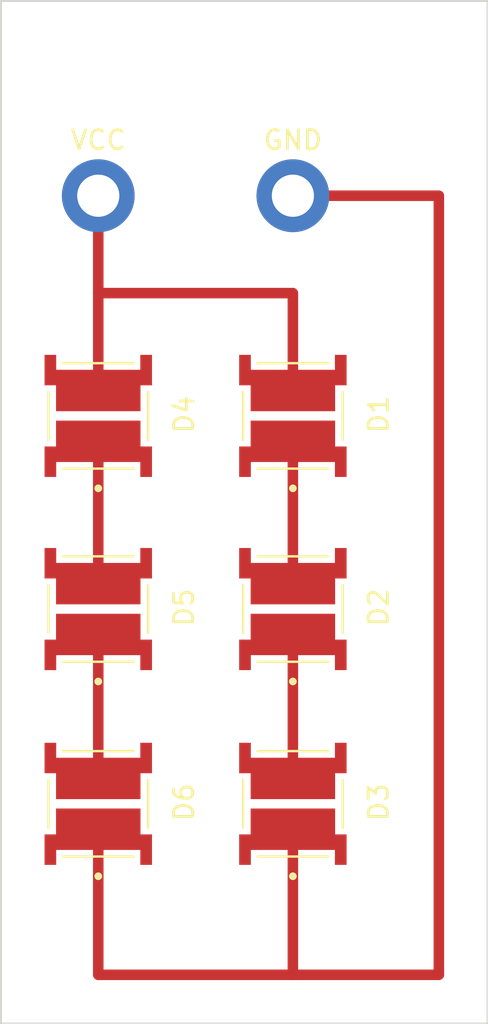
<source format=kicad_pcb>
(kicad_pcb (version 20221018) (generator pcbnew)
  (layers (0 "F.Cu" signal) (31 "B.Cu" signal) (34 "B.Paste" user) (35 "F.Paste" user) (36 "B.SilkS" user "B.Silkscreen") (37 "F.SilkS" user "F.Silkscreen") (38 "B.Mask" user) (39 "F.Mask" user) (44 "Edge.Cuts" user))
  (net 0 "")
  (net 1 "Net-(D1-PadC)")
  (net 2 "Net-(D2-PadC)")
  (net 3 "Net-(D4-PadC)")
  (net 4 "Net-(D5-PadC)")
  (net 5 "Net-(D1-PadA)")
  (net 6 "Net-(D3-PadC)")
  (footprint "MP-5050-250R-40-70:LED_MP-5050-250R-40-70" (layer "F.Cu") (at 129.54 85.06 -90)
    (fp_text reference "D6" (at -0.083 -4.475 90) (layer "F.SilkS"))
    (fp_text value "MP-5050-250R-40-70" hide)
    (fp_line (start -2.75 -1.85) (end -2.75 1.85) (stroke (width 0.127)) (layer "F.SilkS"))
    (fp_line (start -1.25 -2.6) (end 1.25 -2.6) (stroke (width 0.127)) (layer "F.SilkS"))
    (fp_line (start -1.25 2.6) (end 1.25 2.6) (stroke (width 0.127)) (layer "F.SilkS"))
    (fp_line (start 2.75 -1.85) (end 2.75 1.85) (stroke (width 0.127)) (layer "F.SilkS"))
    (fp_circle (center 3.778 0) (end 3.878 0) (stroke (width 0.2)) (fill none) (layer "F.SilkS"))
    (pad "A" smd custom (at -1.325 0 270) (size 0.8 0.8) (layers "F.Cu") (net 4 "Net-(D5-PadC)") (options (clearance outline) (anchor rect)) (primitives (gr_poly (pts (xy -1.855 2.2) (xy -1.855 2.8) (xy -0.275 2.8) (xy -0.275 2.2) (xy 1.075 2.2) (xy 1.075 -2.2) (xy -0.275 -2.2) (xy -0.275 -2.8) (xy -1.855 -2.8) (xy -1.855 -2.2) (xy -1.075 -2.2) (xy -1.075 2.2)) (width 0.01) (fill yes))))
    (pad "C" smd custom (at 1.3 0 270) (size 0.8 0.8) (layers "F.Cu") (net 6 "Net-(D3-PadC)") (options (clearance outline) (anchor rect)) (primitives (gr_poly (pts (xy 1.88 -2.2) (xy 1.88 -2.8) (xy 0.3 -2.8) (xy 0.3 -2.2) (xy -1.05 -2.2) (xy -1.05 2.2) (xy 0.3 2.2) (xy 0.3 2.8) (xy 1.88 2.8) (xy 1.88 2.2) (xy 1.1 2.2) (xy 1.1 -2.2)) (width 0.01) (fill yes))))
  )
  (footprint "MountingHole:MountingHole_2.2mm_M2_DIN965_Pad" (layer "F.Cu") (at 129.54 53.34)
    (fp_text reference "VCC" (at 0 -2.9) (layer "F.SilkS"))
    (fp_text value "VCC" hide)
    (pad "1" thru_hole circle (at 0 0) (size 3.8 3.8) (drill 2.2) (layers "*.Cu" "*.Mask") (net 5 "Net-(D1-PadA)"))
  )
  (footprint "MountingHole:MountingHole_2.2mm_M2_DIN965_Pad" (layer "F.Cu") (at 139.7 53.34)
    (fp_text reference "GND" (at 0 -2.9) (layer "F.SilkS"))
    (fp_text value "GND" hide)
    (pad "1" thru_hole circle (at 0 0) (size 3.8 3.8) (drill 2.2) (layers "*.Cu" "*.Mask") (net 6 "Net-(D3-PadC)"))
  )
  (footprint "MP-5050-250R-40-70:LED_MP-5050-250R-40-70" (layer "F.Cu") (at 129.54 64.825 -90)
    (fp_text reference "D4" (at -0.083 -4.475 90) (layer "F.SilkS"))
    (fp_text value "MP-5050-250R-40-70")
    (fp_line (start -2.75 -1.85) (end -2.75 1.85) (stroke (width 0.127)) (layer "F.SilkS"))
    (fp_line (start -1.25 -2.6) (end 1.25 -2.6) (stroke (width 0.127)) (layer "F.SilkS"))
    (fp_line (start -1.25 2.6) (end 1.25 2.6) (stroke (width 0.127)) (layer "F.SilkS"))
    (fp_line (start 2.75 -1.85) (end 2.75 1.85) (stroke (width 0.127)) (layer "F.SilkS"))
    (fp_circle (center 3.778 0) (end 3.878 0) (stroke (width 0.2)) (fill none) (layer "F.SilkS"))
    (pad "A" smd custom (at -1.325 0 270) (size 0.8 0.8) (layers "F.Cu") (net 5 "Net-(D1-PadA)") (options (clearance outline) (anchor rect)) (primitives (gr_poly (pts (xy -1.855 2.2) (xy -1.855 2.8) (xy -0.275 2.8) (xy -0.275 2.2) (xy 1.075 2.2) (xy 1.075 -2.2) (xy -0.275 -2.2) (xy -0.275 -2.8) (xy -1.855 -2.8) (xy -1.855 -2.2) (xy -1.075 -2.2) (xy -1.075 2.2)) (width 0.01) (fill yes))))
    (pad "C" smd custom (at 1.3 0 270) (size 0.8 0.8) (layers "F.Cu") (net 3 "Net-(D4-PadC)") (options (clearance outline) (anchor rect)) (primitives (gr_poly (pts (xy 1.88 -2.2) (xy 1.88 -2.8) (xy 0.3 -2.8) (xy 0.3 -2.2) (xy -1.05 -2.2) (xy -1.05 2.2) (xy 0.3 2.2) (xy 0.3 2.8) (xy 1.88 2.8) (xy 1.88 2.2) (xy 1.1 2.2) (xy 1.1 -2.2)) (width 0.01) (fill yes))))
  )
  (footprint "MP-5050-250R-40-70:LED_MP-5050-250R-40-70" (layer "F.Cu") (at 139.7 74.9 -90)
    (fp_text reference "D2" (at -0.083 -4.475 90) (layer "F.SilkS"))
    (fp_text value "MP-5050-250R-40-70" hide)
    (fp_line (start -2.75 -1.85) (end -2.75 1.85) (stroke (width 0.127)) (layer "F.SilkS"))
    (fp_line (start -1.25 -2.6) (end 1.25 -2.6) (stroke (width 0.127)) (layer "F.SilkS"))
    (fp_line (start -1.25 2.6) (end 1.25 2.6) (stroke (width 0.127)) (layer "F.SilkS"))
    (fp_line (start 2.75 -1.85) (end 2.75 1.85) (stroke (width 0.127)) (layer "F.SilkS"))
    (fp_circle (center 3.778 0) (end 3.878 0) (stroke (width 0.2)) (fill none) (layer "F.SilkS"))
    (pad "A" smd custom (at -1.325 0 270) (size 0.8 0.8) (layers "F.Cu") (net 1 "Net-(D1-PadC)") (options (clearance outline) (anchor rect)) (primitives (gr_poly (pts (xy -1.855 2.2) (xy -1.855 2.8) (xy -0.275 2.8) (xy -0.275 2.2) (xy 1.075 2.2) (xy 1.075 -2.2) (xy -0.275 -2.2) (xy -0.275 -2.8) (xy -1.855 -2.8) (xy -1.855 -2.2) (xy -1.075 -2.2) (xy -1.075 2.2)) (width 0.01) (fill yes))))
    (pad "C" smd custom (at 1.3 0 270) (size 0.8 0.8) (layers "F.Cu") (net 2 "Net-(D2-PadC)") (options (clearance outline) (anchor rect)) (primitives (gr_poly (pts (xy 1.88 -2.2) (xy 1.88 -2.8) (xy 0.3 -2.8) (xy 0.3 -2.2) (xy -1.05 -2.2) (xy -1.05 2.2) (xy 0.3 2.2) (xy 0.3 2.8) (xy 1.88 2.8) (xy 1.88 2.2) (xy 1.1 2.2) (xy 1.1 -2.2)) (width 0.01) (fill yes))))
  )
  (footprint "MP-5050-250R-40-70:LED_MP-5050-250R-40-70" (layer "F.Cu") (at 139.7 85.06 -90)
    (fp_text reference "D3" (at -0.083 -4.475 90) (layer "F.SilkS"))
    (fp_text value "MP-5050-250R-40-70" hide)
    (fp_line (start -2.75 -1.85) (end -2.75 1.85) (stroke (width 0.127)) (layer "F.SilkS"))
    (fp_line (start -1.25 -2.6) (end 1.25 -2.6) (stroke (width 0.127)) (layer "F.SilkS"))
    (fp_line (start -1.25 2.6) (end 1.25 2.6) (stroke (width 0.127)) (layer "F.SilkS"))
    (fp_line (start 2.75 -1.85) (end 2.75 1.85) (stroke (width 0.127)) (layer "F.SilkS"))
    (fp_circle (center 3.778 0) (end 3.878 0) (stroke (width 0.2)) (fill none) (layer "F.SilkS"))
    (pad "A" smd custom (at -1.325 0 270) (size 0.8 0.8) (layers "F.Cu") (net 2 "Net-(D2-PadC)") (options (clearance outline) (anchor rect)) (primitives (gr_poly (pts (xy -1.855 2.2) (xy -1.855 2.8) (xy -0.275 2.8) (xy -0.275 2.2) (xy 1.075 2.2) (xy 1.075 -2.2) (xy -0.275 -2.2) (xy -0.275 -2.8) (xy -1.855 -2.8) (xy -1.855 -2.2) (xy -1.075 -2.2) (xy -1.075 2.2)) (width 0.01) (fill yes))))
    (pad "C" smd custom (at 1.3 0 270) (size 0.8 0.8) (layers "F.Cu") (net 6 "Net-(D3-PadC)") (options (clearance outline) (anchor rect)) (primitives (gr_poly (pts (xy 1.88 -2.2) (xy 1.88 -2.8) (xy 0.3 -2.8) (xy 0.3 -2.2) (xy -1.05 -2.2) (xy -1.05 2.2) (xy 0.3 2.2) (xy 0.3 2.8) (xy 1.88 2.8) (xy 1.88 2.2) (xy 1.1 2.2) (xy 1.1 -2.2)) (width 0.01) (fill yes))))
  )
  (footprint "MP-5050-250R-40-70:LED_MP-5050-250R-40-70" (layer "F.Cu") (at 129.54 74.9 -90)
    (fp_text reference "D5" (at -0.083 -4.475 90) (layer "F.SilkS"))
    (fp_text value "MP-5050-250R-40-70" hide)
    (fp_line (start -2.75 -1.85) (end -2.75 1.85) (stroke (width 0.127)) (layer "F.SilkS"))
    (fp_line (start -1.25 -2.6) (end 1.25 -2.6) (stroke (width 0.127)) (layer "F.SilkS"))
    (fp_line (start -1.25 2.6) (end 1.25 2.6) (stroke (width 0.127)) (layer "F.SilkS"))
    (fp_line (start 2.75 -1.85) (end 2.75 1.85) (stroke (width 0.127)) (layer "F.SilkS"))
    (fp_circle (center 3.778 0) (end 3.878 0) (stroke (width 0.2)) (fill none) (layer "F.SilkS"))
    (pad "A" smd custom (at -1.325 0 270) (size 0.8 0.8) (layers "F.Cu") (net 3 "Net-(D4-PadC)") (options (clearance outline) (anchor rect)) (primitives (gr_poly (pts (xy -1.855 2.2) (xy -1.855 2.8) (xy -0.275 2.8) (xy -0.275 2.2) (xy 1.075 2.2) (xy 1.075 -2.2) (xy -0.275 -2.2) (xy -0.275 -2.8) (xy -1.855 -2.8) (xy -1.855 -2.2) (xy -1.075 -2.2) (xy -1.075 2.2)) (width 0.01) (fill yes))))
    (pad "C" smd custom (at 1.3 0 270) (size 0.8 0.8) (layers "F.Cu") (net 4 "Net-(D5-PadC)") (options (clearance outline) (anchor rect)) (primitives (gr_poly (pts (xy 1.88 -2.2) (xy 1.88 -2.8) (xy 0.3 -2.8) (xy 0.3 -2.2) (xy -1.05 -2.2) (xy -1.05 2.2) (xy 0.3 2.2) (xy 0.3 2.8) (xy 1.88 2.8) (xy 1.88 2.2) (xy 1.1 2.2) (xy 1.1 -2.2)) (width 0.01) (fill yes))))
  )
  (footprint "MP-5050-250R-40-70:LED_MP-5050-250R-40-70" (layer "F.Cu") (at 139.7 64.825 -90)
    (fp_text reference "D1" (at -0.083 -4.475 90) (layer "F.SilkS"))
    (fp_text value "MP-5050-250R-40-70" hide)
    (fp_line (start -2.75 -1.85) (end -2.75 1.85) (stroke (width 0.127)) (layer "F.SilkS"))
    (fp_line (start -1.25 -2.6) (end 1.25 -2.6) (stroke (width 0.127)) (layer "F.SilkS"))
    (fp_line (start -1.25 2.6) (end 1.25 2.6) (stroke (width 0.127)) (layer "F.SilkS"))
    (fp_line (start 2.75 -1.85) (end 2.75 1.85) (stroke (width 0.127)) (layer "F.SilkS"))
    (fp_circle (center 3.778 0) (end 3.878 0) (stroke (width 0.2)) (fill none) (layer "F.SilkS"))
    (pad "A" smd custom (at -1.325 0 270) (size 0.8 0.8) (layers "F.Cu") (net 5 "Net-(D1-PadA)") (options (clearance outline) (anchor rect)) (primitives (gr_poly (pts (xy -1.855 2.2) (xy -1.855 2.8) (xy -0.275 2.8) (xy -0.275 2.2) (xy 1.075 2.2) (xy 1.075 -2.2) (xy -0.275 -2.2) (xy -0.275 -2.8) (xy -1.855 -2.8) (xy -1.855 -2.2) (xy -1.075 -2.2) (xy -1.075 2.2)) (width 0.01) (fill yes))))
    (pad "C" smd custom (at 1.3 0 270) (size 0.8 0.8) (layers "F.Cu") (net 1 "Net-(D1-PadC)") (options (clearance outline) (anchor rect)) (primitives (gr_poly (pts (xy 1.88 -2.2) (xy 1.88 -2.8) (xy 0.3 -2.8) (xy 0.3 -2.2) (xy -1.05 -2.2) (xy -1.05 2.2) (xy 0.3 2.2) (xy 0.3 2.8) (xy 1.88 2.8) (xy 1.88 2.2) (xy 1.1 2.2) (xy 1.1 -2.2)) (width 0.01) (fill yes))))
  )
  (gr_rect (start 124.46 43.18) (end 149.86 96.52) (stroke (width 0.1)) (fill none) (layer "Edge.Cuts"))
  (segment (start 139.7 66.125) (end 139.7 73.575) (width 0.55) (layer "F.Cu") (net 1))
  (segment (start 139.7 76.2) (end 139.7 83.735) (width 0.55) (layer "F.Cu") (net 2))
  (segment (start 129.54 66.125) (end 129.54 73.575) (width 0.55) (layer "F.Cu") (net 3))
  (segment (start 129.54 76.2) (end 129.54 83.735) (width 0.55) (layer "F.Cu") (net 4))
  (segment (start 129.54 58.42) (end 139.7 58.42) (width 0.55) (layer "F.Cu") (net 5))
  (segment (start 139.7 58.42) (end 139.7 63.5) (width 0.55) (layer "F.Cu") (net 5))
  (segment (start 129.54 53.34) (end 129.54 58.42) (width 0.55) (layer "F.Cu") (net 5))
  (segment (start 129.54 58.42) (end 129.54 63.5) (width 0.55) (layer "F.Cu") (net 5))
  (segment (start 147.32 93.98) (end 147.32 53.34) (width 0.55) (layer "F.Cu") (net 6))
  (segment (start 147.32 53.34) (end 139.7 53.34) (width 0.55) (layer "F.Cu") (net 6))
  (segment (start 129.54 93.98) (end 139.7 93.98) (width 0.55) (layer "F.Cu") (net 6))
  (segment (start 129.54 86.36) (end 129.54 93.98) (width 0.55) (layer "F.Cu") (net 6))
  (segment (start 139.7 93.98) (end 147.32 93.98) (width 0.55) (layer "F.Cu") (net 6))
  (segment (start 139.7 93.98) (end 139.7 86.36) (width 0.55) (layer "F.Cu") (net 6))
)
</source>
